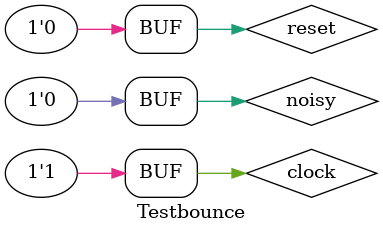
<source format=v>
`timescale 1ns / 1ps


module Testbounce;

	// Inputs
	reg reset;
	reg clock;
	reg noisy;

	// Outputs
	wire clean;

	// Instantiate the Unit Under Test (UUT)
	debounce uut (
		.reset(reset), 
		.clock(clock), 
		.noisy(noisy), 
		.clean(clean)
	);

	initial begin
		// Initialize Inputs
		#10;
		reset = 1;
		#1000000;
		reset = 0;
		#1000000;
		reset = 0;
		clock = 0;		
		noisy = 0;
		#5000000;
		noisy = 1;
		#5000000;
      noisy = 0;
		#5000000;


	end
	
	always 
	begin
	clock = 0;
	#5;
	clock = 1;
	#5;
	end
      
endmodule


</source>
